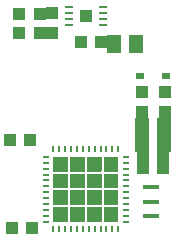
<source format=gbr>
G04 EAGLE Gerber RS-274X export*
G75*
%MOMM*%
%FSLAX34Y34*%
%LPD*%
%INSolderpaste Bottom*%
%IPPOS*%
%AMOC8*
5,1,8,0,0,1.08239X$1,22.5*%
G01*
%ADD10R,1.100000X1.000000*%
%ADD11R,1.399997X0.400000*%
%ADD12R,0.550000X0.254000*%
%ADD13R,0.254000X0.550000*%
%ADD14R,1.000000X1.100000*%
%ADD15R,1.300000X1.500000*%
%ADD16R,0.800000X0.500000*%
%ADD17R,1.100000X1.020000*%
%ADD18R,0.750000X0.270000*%

G36*
X-15222Y115905D02*
X-15222Y115905D01*
X-15220Y115904D01*
X-15177Y115924D01*
X-15133Y115942D01*
X-15133Y115944D01*
X-15131Y115945D01*
X-15098Y116030D01*
X-15098Y128254D01*
X-15099Y128256D01*
X-15098Y128258D01*
X-15118Y128301D01*
X-15136Y128345D01*
X-15138Y128346D01*
X-15139Y128348D01*
X-15224Y128381D01*
X-27448Y128381D01*
X-27450Y128380D01*
X-27452Y128380D01*
X-27495Y128361D01*
X-27539Y128342D01*
X-27539Y128340D01*
X-27541Y128339D01*
X-27574Y128254D01*
X-27574Y116030D01*
X-27573Y116028D01*
X-27574Y116026D01*
X-27554Y115983D01*
X-27536Y115940D01*
X-27534Y115939D01*
X-27533Y115937D01*
X-27448Y115904D01*
X-15224Y115904D01*
X-15222Y115905D01*
G37*
G36*
X13226Y115905D02*
X13226Y115905D01*
X13228Y115904D01*
X13271Y115924D01*
X13315Y115942D01*
X13315Y115944D01*
X13317Y115945D01*
X13350Y116030D01*
X13350Y128254D01*
X13349Y128256D01*
X13350Y128258D01*
X13330Y128301D01*
X13312Y128345D01*
X13310Y128346D01*
X13309Y128348D01*
X13224Y128381D01*
X1000Y128381D01*
X998Y128380D01*
X996Y128380D01*
X953Y128361D01*
X909Y128342D01*
X909Y128340D01*
X907Y128339D01*
X874Y128254D01*
X874Y116030D01*
X875Y116028D01*
X874Y116026D01*
X894Y115983D01*
X912Y115940D01*
X914Y115939D01*
X915Y115937D01*
X1000Y115904D01*
X13224Y115904D01*
X13226Y115905D01*
G37*
G36*
X-998Y115905D02*
X-998Y115905D01*
X-996Y115904D01*
X-953Y115924D01*
X-909Y115942D01*
X-909Y115944D01*
X-907Y115945D01*
X-874Y116030D01*
X-874Y128254D01*
X-875Y128256D01*
X-874Y128258D01*
X-894Y128301D01*
X-912Y128345D01*
X-914Y128346D01*
X-915Y128348D01*
X-1000Y128381D01*
X-13224Y128381D01*
X-13226Y128380D01*
X-13228Y128380D01*
X-13271Y128361D01*
X-13315Y128342D01*
X-13315Y128340D01*
X-13317Y128339D01*
X-13350Y128254D01*
X-13350Y116030D01*
X-13349Y116028D01*
X-13350Y116026D01*
X-13330Y115983D01*
X-13312Y115940D01*
X-13310Y115939D01*
X-13309Y115937D01*
X-13224Y115904D01*
X-1000Y115904D01*
X-998Y115905D01*
G37*
G36*
X27450Y115905D02*
X27450Y115905D01*
X27452Y115904D01*
X27495Y115924D01*
X27539Y115942D01*
X27539Y115944D01*
X27541Y115945D01*
X27574Y116030D01*
X27574Y128254D01*
X27573Y128256D01*
X27574Y128258D01*
X27554Y128301D01*
X27536Y128345D01*
X27534Y128346D01*
X27533Y128348D01*
X27448Y128381D01*
X15224Y128381D01*
X15222Y128380D01*
X15220Y128380D01*
X15177Y128361D01*
X15133Y128342D01*
X15133Y128340D01*
X15131Y128339D01*
X15098Y128254D01*
X15098Y116030D01*
X15099Y116028D01*
X15098Y116026D01*
X15118Y115983D01*
X15136Y115940D01*
X15138Y115939D01*
X15139Y115937D01*
X15224Y115904D01*
X27448Y115904D01*
X27450Y115905D01*
G37*
G36*
X13226Y101681D02*
X13226Y101681D01*
X13228Y101680D01*
X13271Y101700D01*
X13315Y101718D01*
X13315Y101720D01*
X13317Y101721D01*
X13350Y101806D01*
X13350Y114030D01*
X13349Y114032D01*
X13350Y114034D01*
X13330Y114077D01*
X13312Y114121D01*
X13310Y114122D01*
X13309Y114124D01*
X13224Y114157D01*
X1000Y114157D01*
X998Y114156D01*
X996Y114156D01*
X953Y114137D01*
X909Y114118D01*
X909Y114116D01*
X907Y114115D01*
X874Y114030D01*
X874Y101806D01*
X875Y101804D01*
X874Y101802D01*
X894Y101759D01*
X912Y101716D01*
X914Y101715D01*
X915Y101713D01*
X1000Y101680D01*
X13224Y101680D01*
X13226Y101681D01*
G37*
G36*
X-15222Y101681D02*
X-15222Y101681D01*
X-15220Y101680D01*
X-15177Y101700D01*
X-15133Y101718D01*
X-15133Y101720D01*
X-15131Y101721D01*
X-15098Y101806D01*
X-15098Y114030D01*
X-15099Y114032D01*
X-15098Y114034D01*
X-15118Y114077D01*
X-15136Y114121D01*
X-15138Y114122D01*
X-15139Y114124D01*
X-15224Y114157D01*
X-27448Y114157D01*
X-27450Y114156D01*
X-27452Y114156D01*
X-27495Y114137D01*
X-27539Y114118D01*
X-27539Y114116D01*
X-27541Y114115D01*
X-27574Y114030D01*
X-27574Y101806D01*
X-27573Y101804D01*
X-27574Y101802D01*
X-27554Y101759D01*
X-27536Y101716D01*
X-27534Y101715D01*
X-27533Y101713D01*
X-27448Y101680D01*
X-15224Y101680D01*
X-15222Y101681D01*
G37*
G36*
X-998Y101681D02*
X-998Y101681D01*
X-996Y101680D01*
X-953Y101700D01*
X-909Y101718D01*
X-909Y101720D01*
X-907Y101721D01*
X-874Y101806D01*
X-874Y114030D01*
X-875Y114032D01*
X-874Y114034D01*
X-894Y114077D01*
X-912Y114121D01*
X-914Y114122D01*
X-915Y114124D01*
X-1000Y114157D01*
X-13224Y114157D01*
X-13226Y114156D01*
X-13228Y114156D01*
X-13271Y114137D01*
X-13315Y114118D01*
X-13315Y114116D01*
X-13317Y114115D01*
X-13350Y114030D01*
X-13350Y101806D01*
X-13349Y101804D01*
X-13350Y101802D01*
X-13330Y101759D01*
X-13312Y101716D01*
X-13310Y101715D01*
X-13309Y101713D01*
X-13224Y101680D01*
X-1000Y101680D01*
X-998Y101681D01*
G37*
G36*
X27450Y101681D02*
X27450Y101681D01*
X27452Y101680D01*
X27495Y101700D01*
X27539Y101718D01*
X27539Y101720D01*
X27541Y101721D01*
X27574Y101806D01*
X27574Y114030D01*
X27573Y114032D01*
X27574Y114034D01*
X27554Y114077D01*
X27536Y114121D01*
X27534Y114122D01*
X27533Y114124D01*
X27448Y114157D01*
X15224Y114157D01*
X15222Y114156D01*
X15220Y114156D01*
X15177Y114137D01*
X15133Y114118D01*
X15133Y114116D01*
X15131Y114115D01*
X15098Y114030D01*
X15098Y101806D01*
X15099Y101804D01*
X15098Y101802D01*
X15118Y101759D01*
X15136Y101716D01*
X15138Y101715D01*
X15139Y101713D01*
X15224Y101680D01*
X27448Y101680D01*
X27450Y101681D01*
G37*
G36*
X-15222Y87457D02*
X-15222Y87457D01*
X-15220Y87456D01*
X-15177Y87476D01*
X-15133Y87494D01*
X-15133Y87496D01*
X-15131Y87497D01*
X-15098Y87582D01*
X-15098Y99806D01*
X-15099Y99808D01*
X-15098Y99810D01*
X-15118Y99853D01*
X-15136Y99897D01*
X-15138Y99898D01*
X-15139Y99900D01*
X-15224Y99933D01*
X-27448Y99933D01*
X-27450Y99932D01*
X-27452Y99932D01*
X-27495Y99913D01*
X-27539Y99894D01*
X-27539Y99892D01*
X-27541Y99891D01*
X-27574Y99806D01*
X-27574Y87582D01*
X-27573Y87580D01*
X-27574Y87578D01*
X-27554Y87535D01*
X-27536Y87492D01*
X-27534Y87491D01*
X-27533Y87489D01*
X-27448Y87456D01*
X-15224Y87456D01*
X-15222Y87457D01*
G37*
G36*
X13226Y87457D02*
X13226Y87457D01*
X13228Y87456D01*
X13271Y87476D01*
X13315Y87494D01*
X13315Y87496D01*
X13317Y87497D01*
X13350Y87582D01*
X13350Y99806D01*
X13349Y99808D01*
X13350Y99810D01*
X13330Y99853D01*
X13312Y99897D01*
X13310Y99898D01*
X13309Y99900D01*
X13224Y99933D01*
X1000Y99933D01*
X998Y99932D01*
X996Y99932D01*
X953Y99913D01*
X909Y99894D01*
X909Y99892D01*
X907Y99891D01*
X874Y99806D01*
X874Y87582D01*
X875Y87580D01*
X874Y87578D01*
X894Y87535D01*
X912Y87492D01*
X914Y87491D01*
X915Y87489D01*
X1000Y87456D01*
X13224Y87456D01*
X13226Y87457D01*
G37*
G36*
X-998Y87457D02*
X-998Y87457D01*
X-996Y87456D01*
X-953Y87476D01*
X-909Y87494D01*
X-909Y87496D01*
X-907Y87497D01*
X-874Y87582D01*
X-874Y99806D01*
X-875Y99808D01*
X-874Y99810D01*
X-894Y99853D01*
X-912Y99897D01*
X-914Y99898D01*
X-915Y99900D01*
X-1000Y99933D01*
X-13224Y99933D01*
X-13226Y99932D01*
X-13228Y99932D01*
X-13271Y99913D01*
X-13315Y99894D01*
X-13315Y99892D01*
X-13317Y99891D01*
X-13350Y99806D01*
X-13350Y87582D01*
X-13349Y87580D01*
X-13350Y87578D01*
X-13330Y87535D01*
X-13312Y87492D01*
X-13310Y87491D01*
X-13309Y87489D01*
X-13224Y87456D01*
X-1000Y87456D01*
X-998Y87457D01*
G37*
G36*
X27450Y87457D02*
X27450Y87457D01*
X27452Y87456D01*
X27495Y87476D01*
X27539Y87494D01*
X27539Y87496D01*
X27541Y87497D01*
X27574Y87582D01*
X27574Y99806D01*
X27573Y99808D01*
X27574Y99810D01*
X27554Y99853D01*
X27536Y99897D01*
X27534Y99898D01*
X27533Y99900D01*
X27448Y99933D01*
X15224Y99933D01*
X15222Y99932D01*
X15220Y99932D01*
X15177Y99913D01*
X15133Y99894D01*
X15133Y99892D01*
X15131Y99891D01*
X15098Y99806D01*
X15098Y87582D01*
X15099Y87580D01*
X15098Y87578D01*
X15118Y87535D01*
X15136Y87492D01*
X15138Y87491D01*
X15139Y87489D01*
X15224Y87456D01*
X27448Y87456D01*
X27450Y87457D01*
G37*
G36*
X-998Y73233D02*
X-998Y73233D01*
X-996Y73232D01*
X-953Y73252D01*
X-909Y73270D01*
X-909Y73272D01*
X-907Y73273D01*
X-874Y73358D01*
X-874Y85582D01*
X-875Y85584D01*
X-874Y85586D01*
X-894Y85629D01*
X-912Y85673D01*
X-914Y85674D01*
X-915Y85676D01*
X-1000Y85709D01*
X-13224Y85709D01*
X-13226Y85708D01*
X-13228Y85708D01*
X-13271Y85689D01*
X-13315Y85670D01*
X-13315Y85668D01*
X-13317Y85667D01*
X-13350Y85582D01*
X-13350Y73358D01*
X-13349Y73356D01*
X-13350Y73354D01*
X-13330Y73311D01*
X-13312Y73268D01*
X-13310Y73267D01*
X-13309Y73265D01*
X-13224Y73232D01*
X-1000Y73232D01*
X-998Y73233D01*
G37*
G36*
X13226Y73233D02*
X13226Y73233D01*
X13228Y73232D01*
X13271Y73252D01*
X13315Y73270D01*
X13315Y73272D01*
X13317Y73273D01*
X13350Y73358D01*
X13350Y85582D01*
X13349Y85584D01*
X13350Y85586D01*
X13330Y85629D01*
X13312Y85673D01*
X13310Y85674D01*
X13309Y85676D01*
X13224Y85709D01*
X1000Y85709D01*
X998Y85708D01*
X996Y85708D01*
X953Y85689D01*
X909Y85670D01*
X909Y85668D01*
X907Y85667D01*
X874Y85582D01*
X874Y73358D01*
X875Y73356D01*
X874Y73354D01*
X894Y73311D01*
X912Y73268D01*
X914Y73267D01*
X915Y73265D01*
X1000Y73232D01*
X13224Y73232D01*
X13226Y73233D01*
G37*
G36*
X27450Y73233D02*
X27450Y73233D01*
X27452Y73232D01*
X27495Y73252D01*
X27539Y73270D01*
X27539Y73272D01*
X27541Y73273D01*
X27574Y73358D01*
X27574Y85582D01*
X27573Y85584D01*
X27574Y85586D01*
X27554Y85629D01*
X27536Y85673D01*
X27534Y85674D01*
X27533Y85676D01*
X27448Y85709D01*
X15224Y85709D01*
X15222Y85708D01*
X15220Y85708D01*
X15177Y85689D01*
X15133Y85670D01*
X15133Y85668D01*
X15131Y85667D01*
X15098Y85582D01*
X15098Y73358D01*
X15099Y73356D01*
X15098Y73354D01*
X15118Y73311D01*
X15136Y73268D01*
X15138Y73267D01*
X15139Y73265D01*
X15224Y73232D01*
X27448Y73232D01*
X27450Y73233D01*
G37*
G36*
X-15222Y73233D02*
X-15222Y73233D01*
X-15220Y73232D01*
X-15177Y73252D01*
X-15133Y73270D01*
X-15133Y73272D01*
X-15131Y73273D01*
X-15098Y73358D01*
X-15098Y85582D01*
X-15099Y85584D01*
X-15098Y85586D01*
X-15118Y85629D01*
X-15136Y85673D01*
X-15138Y85674D01*
X-15139Y85676D01*
X-15224Y85709D01*
X-27448Y85709D01*
X-27450Y85708D01*
X-27452Y85708D01*
X-27495Y85689D01*
X-27539Y85670D01*
X-27539Y85668D01*
X-27541Y85667D01*
X-27574Y85582D01*
X-27574Y73358D01*
X-27573Y73356D01*
X-27574Y73354D01*
X-27554Y73311D01*
X-27536Y73268D01*
X-27534Y73267D01*
X-27533Y73265D01*
X-27448Y73232D01*
X-15224Y73232D01*
X-15222Y73233D01*
G37*
D10*
X47625Y166125D03*
X47625Y183125D03*
X66675Y183125D03*
X66675Y166125D03*
D11*
X55563Y78488D03*
X55563Y90488D03*
X55563Y102487D03*
D12*
X33800Y128313D03*
X33800Y123312D03*
X33800Y118310D03*
X33800Y113309D03*
X33800Y108308D03*
X33800Y103307D03*
X33800Y98305D03*
X33800Y93304D03*
X33800Y88303D03*
X33800Y83302D03*
X33800Y78300D03*
X33800Y73299D03*
D13*
X27507Y67006D03*
X22506Y67006D03*
X17504Y67006D03*
X12503Y67006D03*
X7502Y67006D03*
X2501Y67006D03*
X-2501Y67006D03*
X-7502Y67006D03*
X-12503Y67006D03*
X-17504Y67006D03*
X-22506Y67006D03*
X-27507Y67006D03*
D12*
X-33800Y73299D03*
X-33800Y78300D03*
X-33800Y83302D03*
X-33800Y88303D03*
X-33800Y93304D03*
X-33800Y98305D03*
X-33800Y103307D03*
X-33800Y108308D03*
X-33800Y113309D03*
X-33800Y118310D03*
X-33800Y123312D03*
X-33800Y128313D03*
D13*
X-27507Y134606D03*
X-22506Y134606D03*
X-17504Y134606D03*
X-12503Y134606D03*
X-7502Y134606D03*
X-2501Y134606D03*
X2501Y134606D03*
X7502Y134606D03*
X12503Y134606D03*
X17504Y134606D03*
X22506Y134606D03*
X27507Y134606D03*
D14*
X-47063Y142875D03*
X-64063Y142875D03*
X-45475Y68263D03*
X-62475Y68263D03*
D10*
X48650Y128588D03*
X65650Y128588D03*
X48650Y119063D03*
X65650Y119063D03*
D15*
X47650Y153988D03*
X66650Y153988D03*
X47650Y139700D03*
X66650Y139700D03*
D10*
X-28575Y249800D03*
X-28575Y232800D03*
D14*
X-39125Y233363D03*
X-56125Y233363D03*
D10*
X13263Y225425D03*
X-3738Y225425D03*
X-39125Y249238D03*
X-56125Y249238D03*
D16*
X68150Y196850D03*
X46150Y196850D03*
D17*
X0Y247650D03*
D18*
X-14500Y240150D03*
X-14500Y245150D03*
X-14500Y250150D03*
X-14500Y255150D03*
X14500Y255150D03*
X14500Y250150D03*
X14500Y245150D03*
X14500Y240150D03*
D15*
X23838Y223838D03*
X42838Y223838D03*
M02*

</source>
